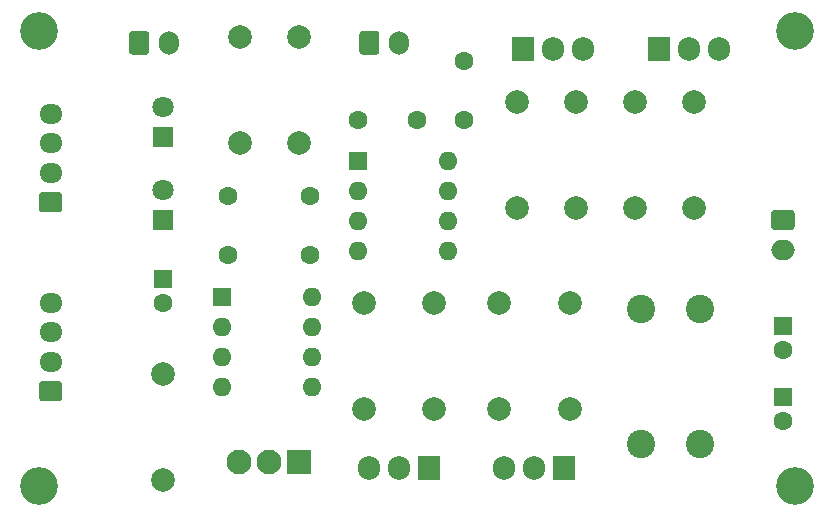
<source format=gbr>
G04 #@! TF.GenerationSoftware,KiCad,Pcbnew,(5.1.7)-1*
G04 #@! TF.CreationDate,2020-12-10T19:47:03+02:00*
G04 #@! TF.ProjectId,peltier,70656c74-6965-4722-9e6b-696361645f70,rev?*
G04 #@! TF.SameCoordinates,Original*
G04 #@! TF.FileFunction,Soldermask,Bot*
G04 #@! TF.FilePolarity,Negative*
%FSLAX46Y46*%
G04 Gerber Fmt 4.6, Leading zero omitted, Abs format (unit mm)*
G04 Created by KiCad (PCBNEW (5.1.7)-1) date 2020-12-10 19:47:03*
%MOMM*%
%LPD*%
G01*
G04 APERTURE LIST*
%ADD10O,1.700000X2.000000*%
%ADD11C,2.100000*%
%ADD12R,2.100000X2.100000*%
%ADD13C,3.200000*%
%ADD14O,1.600000X1.600000*%
%ADD15R,1.600000X1.600000*%
%ADD16C,2.000000*%
%ADD17O,1.905000X2.000000*%
%ADD18R,1.905000X2.000000*%
%ADD19C,2.400000*%
%ADD20O,2.000000X1.700000*%
%ADD21O,1.950000X1.700000*%
%ADD22C,1.800000*%
%ADD23R,1.800000X1.800000*%
%ADD24C,1.600000*%
G04 APERTURE END LIST*
D10*
X158000000Y-75500000D03*
G36*
G01*
X154650000Y-76250000D02*
X154650000Y-74750000D01*
G75*
G02*
X154900000Y-74500000I250000J0D01*
G01*
X156100000Y-74500000D01*
G75*
G02*
X156350000Y-74750000I0J-250000D01*
G01*
X156350000Y-76250000D01*
G75*
G02*
X156100000Y-76500000I-250000J0D01*
G01*
X154900000Y-76500000D01*
G75*
G02*
X154650000Y-76250000I0J250000D01*
G01*
G37*
D11*
X144420000Y-111000000D03*
X146960000Y-111000000D03*
D12*
X149500000Y-111000000D03*
D13*
X127500000Y-113000000D03*
X127500000Y-74500000D03*
X191500000Y-74500000D03*
X191500000Y-113000000D03*
D14*
X162120000Y-85500000D03*
X154500000Y-93120000D03*
X162120000Y-88040000D03*
X154500000Y-90580000D03*
X162120000Y-90580000D03*
X154500000Y-88040000D03*
X162120000Y-93120000D03*
D15*
X154500000Y-85500000D03*
D14*
X150620000Y-97000000D03*
X143000000Y-104620000D03*
X150620000Y-99540000D03*
X143000000Y-102080000D03*
X150620000Y-102080000D03*
X143000000Y-99540000D03*
X150620000Y-104620000D03*
D15*
X143000000Y-97000000D03*
D16*
X149500000Y-75000000D03*
X149500000Y-84000000D03*
X144500000Y-84000000D03*
X144500000Y-75000000D03*
X183000000Y-80500000D03*
X183000000Y-89500000D03*
X172500000Y-106500000D03*
X172500000Y-97500000D03*
X178000000Y-80500000D03*
X178000000Y-89500000D03*
X138000000Y-103500000D03*
X138000000Y-112500000D03*
X166500000Y-106500000D03*
X166500000Y-97500000D03*
X168000000Y-80500000D03*
X168000000Y-89500000D03*
X161000000Y-106500000D03*
X161000000Y-97500000D03*
X173000000Y-89500000D03*
X173000000Y-80500000D03*
X155000000Y-106500000D03*
X155000000Y-97500000D03*
D17*
X185080000Y-76000000D03*
X182540000Y-76000000D03*
D18*
X180000000Y-76000000D03*
D17*
X166920000Y-111500000D03*
X169460000Y-111500000D03*
D18*
X172000000Y-111500000D03*
D17*
X173580000Y-76000000D03*
X171040000Y-76000000D03*
D18*
X168500000Y-76000000D03*
D17*
X155420000Y-111500000D03*
X157960000Y-111500000D03*
D18*
X160500000Y-111500000D03*
D19*
X183500000Y-98000000D03*
X178500000Y-98000000D03*
X183500000Y-109500000D03*
X178500000Y-109500000D03*
D20*
X190500000Y-93000000D03*
G36*
G01*
X189750000Y-89650000D02*
X191250000Y-89650000D01*
G75*
G02*
X191500000Y-89900000I0J-250000D01*
G01*
X191500000Y-91100000D01*
G75*
G02*
X191250000Y-91350000I-250000J0D01*
G01*
X189750000Y-91350000D01*
G75*
G02*
X189500000Y-91100000I0J250000D01*
G01*
X189500000Y-89900000D01*
G75*
G02*
X189750000Y-89650000I250000J0D01*
G01*
G37*
D21*
X128500000Y-97500000D03*
X128500000Y-100000000D03*
X128500000Y-102500000D03*
G36*
G01*
X129225000Y-105850000D02*
X127775000Y-105850000D01*
G75*
G02*
X127525000Y-105600000I0J250000D01*
G01*
X127525000Y-104400000D01*
G75*
G02*
X127775000Y-104150000I250000J0D01*
G01*
X129225000Y-104150000D01*
G75*
G02*
X129475000Y-104400000I0J-250000D01*
G01*
X129475000Y-105600000D01*
G75*
G02*
X129225000Y-105850000I-250000J0D01*
G01*
G37*
X128500000Y-81500000D03*
X128500000Y-84000000D03*
X128500000Y-86500000D03*
G36*
G01*
X129225000Y-89850000D02*
X127775000Y-89850000D01*
G75*
G02*
X127525000Y-89600000I0J250000D01*
G01*
X127525000Y-88400000D01*
G75*
G02*
X127775000Y-88150000I250000J0D01*
G01*
X129225000Y-88150000D01*
G75*
G02*
X129475000Y-88400000I0J-250000D01*
G01*
X129475000Y-89600000D01*
G75*
G02*
X129225000Y-89850000I-250000J0D01*
G01*
G37*
D10*
X138500000Y-75500000D03*
G36*
G01*
X135150000Y-76250000D02*
X135150000Y-74750000D01*
G75*
G02*
X135400000Y-74500000I250000J0D01*
G01*
X136600000Y-74500000D01*
G75*
G02*
X136850000Y-74750000I0J-250000D01*
G01*
X136850000Y-76250000D01*
G75*
G02*
X136600000Y-76500000I-250000J0D01*
G01*
X135400000Y-76500000D01*
G75*
G02*
X135150000Y-76250000I0J250000D01*
G01*
G37*
D22*
X138000000Y-87960000D03*
D23*
X138000000Y-90500000D03*
D22*
X138000000Y-80960000D03*
D23*
X138000000Y-83500000D03*
D24*
X159500000Y-82000000D03*
X154500000Y-82000000D03*
X150500000Y-88500000D03*
X150500000Y-93500000D03*
X190500000Y-101500000D03*
D15*
X190500000Y-99500000D03*
D24*
X190500000Y-107500000D03*
D15*
X190500000Y-105500000D03*
D24*
X163500000Y-77000000D03*
X163500000Y-82000000D03*
X143500000Y-88500000D03*
X143500000Y-93500000D03*
D15*
X138000000Y-95500000D03*
D24*
X138000000Y-97500000D03*
M02*

</source>
